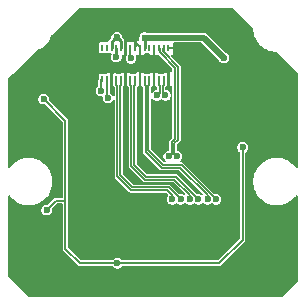
<source format=gbr>
%TF.GenerationSoftware,KiCad,Pcbnew,9.0.0*%
%TF.CreationDate,2025-03-16T17:44:06+09:00*%
%TF.ProjectId,imx219_mipi24,696d7832-3139-45f6-9d69-706932342e6b,rev?*%
%TF.SameCoordinates,Original*%
%TF.FileFunction,Copper,L1,Top*%
%TF.FilePolarity,Positive*%
%FSLAX46Y46*%
G04 Gerber Fmt 4.6, Leading zero omitted, Abs format (unit mm)*
G04 Created by KiCad (PCBNEW 9.0.0) date 2025-03-16 17:44:06*
%MOMM*%
%LPD*%
G01*
G04 APERTURE LIST*
%TA.AperFunction,SMDPad,CuDef*%
%ADD10R,0.230000X0.630000*%
%TD*%
%TA.AperFunction,ViaPad*%
%ADD11C,0.600000*%
%TD*%
%TA.AperFunction,Conductor*%
%ADD12C,0.508000*%
%TD*%
%TA.AperFunction,Conductor*%
%ADD13C,0.254000*%
%TD*%
%TA.AperFunction,Conductor*%
%ADD14C,0.152400*%
%TD*%
%TA.AperFunction,Conductor*%
%ADD15C,0.139700*%
%TD*%
G04 APERTURE END LIST*
D10*
%TO.P,J1,1,Pin_1*%
%TO.N,unconnected-(J1-Pin_1-Pad1)*%
X145700000Y-91175000D03*
%TO.P,J1,2,Pin_2*%
%TO.N,unconnected-(J1-Pin_2-Pad2)*%
X146100000Y-91175000D03*
%TO.P,J1,3,Pin_3*%
%TO.N,+1V8*%
X146500000Y-91175000D03*
%TO.P,J1,4,Pin_4*%
%TO.N,+1V2*%
X146900000Y-91175000D03*
%TO.P,J1,5,Pin_5*%
%TO.N,+1V8*%
X147300000Y-91175000D03*
%TO.P,J1,6,Pin_6*%
%TO.N,GND*%
X147700000Y-91175000D03*
%TO.P,J1,7,Pin_7*%
%TO.N,/CAM_CLK*%
X148100000Y-91175000D03*
%TO.P,J1,8,Pin_8*%
%TO.N,GND*%
X148500000Y-91175000D03*
%TO.P,J1,9,Pin_9*%
X148900000Y-91175000D03*
%TO.P,J1,10,Pin_10*%
%TO.N,+2V8*%
X149300000Y-91175000D03*
%TO.P,J1,11,Pin_11*%
%TO.N,unconnected-(J1-Pin_11-Pad11)*%
X149700000Y-91175000D03*
%TO.P,J1,12,Pin_12*%
%TO.N,GND*%
X150100000Y-91175000D03*
%TO.P,J1,13,Pin_13*%
%TO.N,/CAM_DP3*%
X150500000Y-91175000D03*
%TO.P,J1,14,Pin_14*%
%TO.N,/CAM_DN3*%
X150900000Y-91175000D03*
%TO.P,J1,15,Pin_15*%
%TO.N,GND*%
X151300000Y-91175000D03*
%TO.P,J1,16,Pin_16*%
X151300000Y-93825000D03*
%TO.P,J1,17,Pin_17*%
%TO.N,/CAM_DN2*%
X150900000Y-93825000D03*
%TO.P,J1,18,Pin_18*%
%TO.N,/CAM_DP2*%
X150500000Y-93825000D03*
%TO.P,J1,19,Pin_19*%
%TO.N,GND*%
X150100000Y-93825000D03*
%TO.P,J1,20,Pin_20*%
%TO.N,/CAM_DN1*%
X149700000Y-93825000D03*
%TO.P,J1,21,Pin_21*%
%TO.N,/CAM_DP1*%
X149300000Y-93825000D03*
%TO.P,J1,22,Pin_22*%
%TO.N,GND*%
X148900000Y-93825000D03*
%TO.P,J1,23,Pin_23*%
%TO.N,/CAM_DN0*%
X148500000Y-93825000D03*
%TO.P,J1,24,Pin_24*%
%TO.N,/CAM_DP0*%
X148100000Y-93825000D03*
%TO.P,J1,25,Pin_25*%
%TO.N,GND*%
X147700000Y-93825000D03*
%TO.P,J1,26,Pin_26*%
%TO.N,/CAM_CN*%
X147300000Y-93825000D03*
%TO.P,J1,27,Pin_27*%
%TO.N,/CAM_CP*%
X146900000Y-93825000D03*
%TO.P,J1,28,Pin_28*%
%TO.N,GND*%
X146500000Y-93825000D03*
%TO.P,J1,29,Pin_29*%
%TO.N,/CAM_SCL*%
X146100000Y-93825000D03*
%TO.P,J1,30,Pin_30*%
%TO.N,/CAM_SDA*%
X145700000Y-93825000D03*
%TD*%
D11*
%TO.N,+2V8*%
X149300000Y-90300000D03*
X156000000Y-92000000D03*
%TO.N,GND*%
X152800000Y-108000000D03*
X154200000Y-108000000D03*
X148600000Y-108600000D03*
X140400000Y-100100000D03*
X153500000Y-100600000D03*
X161100000Y-94600000D03*
X155800000Y-108000000D03*
X156200000Y-102900000D03*
X139900000Y-109400000D03*
X143400000Y-107000000D03*
X145400000Y-101700000D03*
X153200000Y-96300000D03*
X139300000Y-94100000D03*
X149800000Y-108600000D03*
X160100000Y-109500000D03*
X151400000Y-108600000D03*
X141500000Y-92300000D03*
X157100000Y-92800000D03*
X148200000Y-90200000D03*
X158200000Y-97000000D03*
X150900000Y-111300000D03*
X147600000Y-93000000D03*
X147800000Y-104100000D03*
X151200000Y-93000000D03*
X145200000Y-111400000D03*
X144600000Y-108400000D03*
X156500000Y-89300000D03*
X145200000Y-89200000D03*
X144000000Y-97437500D03*
X155600000Y-96200000D03*
%TO.N,+1V8*%
X146950000Y-90250000D03*
%TO.N,+1V2*%
X146900000Y-91950000D03*
%TO.N,/CAM_CN*%
X152350800Y-104000000D03*
%TO.N,/CAM_CP*%
X151649200Y-104000000D03*
%TO.N,/CAM_DP0*%
X153149200Y-104000000D03*
%TO.N,/CAM_DN0*%
X153850800Y-104000000D03*
%TO.N,/CAM_DN1*%
X155350800Y-104000000D03*
%TO.N,/CAM_DP1*%
X154649200Y-104000000D03*
%TO.N,/CAM_DN2*%
X151050800Y-95200000D03*
%TO.N,/CAM_DP2*%
X150349200Y-95200000D03*
%TO.N,/CAM_DP3*%
X151349200Y-100358700D03*
%TO.N,/CAM_DN3*%
X152050800Y-100358700D03*
%TO.N,/CAM_CLK*%
X148150000Y-92050000D03*
%TO.N,/CAM_RST*%
X141000000Y-104900000D03*
X140750000Y-95500000D03*
X157600000Y-99600000D03*
X147000000Y-109400000D03*
%TO.N,/CAM_SDA*%
X145600000Y-94800000D03*
%TO.N,/CAM_SCL*%
X146200000Y-95400000D03*
%TD*%
D12*
%TO.N,+2V8*%
X154300000Y-90300000D02*
X149300000Y-90300000D01*
D13*
X149300000Y-91175000D02*
X149300000Y-90300000D01*
D12*
X156000000Y-92000000D02*
X154300000Y-90300000D01*
D14*
%TO.N,GND*%
X151300000Y-93825000D02*
X151300000Y-93100000D01*
D12*
X143400000Y-107200000D02*
X144600000Y-108400000D01*
D14*
X157100000Y-92800000D02*
X157100000Y-89900000D01*
X146857600Y-93000000D02*
X147600000Y-93000000D01*
X148392400Y-90600000D02*
X148000000Y-90600000D01*
X147800000Y-90600000D02*
X147700000Y-90700000D01*
X148000000Y-90600000D02*
X147800000Y-90600000D01*
X151300000Y-93100000D02*
X151200000Y-93000000D01*
X147700000Y-91175000D02*
X147600000Y-91275000D01*
X147700000Y-90700000D02*
X147700000Y-91175000D01*
X157100000Y-92800000D02*
X159300000Y-92800000D01*
X147700000Y-93100000D02*
X147600000Y-93000000D01*
D12*
X143400000Y-107000000D02*
X143400000Y-107200000D01*
D14*
X157100000Y-89900000D02*
X156500000Y-89300000D01*
X147700000Y-93825000D02*
X147700000Y-93100000D01*
X148500000Y-91175000D02*
X148500000Y-90707600D01*
X155600000Y-96200000D02*
X155700000Y-96300000D01*
X148500000Y-90707600D02*
X148392400Y-90600000D01*
X148200000Y-90400000D02*
X148200000Y-90200000D01*
X148900000Y-91175000D02*
X148900000Y-91107600D01*
X148900000Y-91107600D02*
X148392400Y-90600000D01*
X146500000Y-93825000D02*
X146500000Y-93357600D01*
X147600000Y-91275000D02*
X147600000Y-93000000D01*
X148000000Y-90600000D02*
X148200000Y-90400000D01*
X159300000Y-92800000D02*
X161100000Y-94600000D01*
X146500000Y-93357600D02*
X146857600Y-93000000D01*
D13*
%TO.N,+1V8*%
X146750000Y-90450000D02*
X146500000Y-90700000D01*
X147300000Y-90606000D02*
X147144000Y-90450000D01*
X146500000Y-90700000D02*
X146500000Y-91175000D01*
X146950000Y-90450000D02*
X146950000Y-90250000D01*
X147144000Y-90450000D02*
X146950000Y-90450000D01*
X147300000Y-91175000D02*
X147300000Y-90606000D01*
X146950000Y-90450000D02*
X146750000Y-90450000D01*
%TO.N,+1V2*%
X146900000Y-91175000D02*
X146900000Y-91950000D01*
D15*
%TO.N,/CAM_CN*%
X151330150Y-102979350D02*
X148249976Y-102979350D01*
X147220650Y-101950024D02*
X147220650Y-94376851D01*
X152350800Y-104000000D02*
X151330150Y-102979350D01*
X147300000Y-94297501D02*
X147300000Y-93825000D01*
X148249976Y-102979350D02*
X147220650Y-101950024D01*
X147220650Y-94376851D02*
X147300000Y-94297501D01*
%TO.N,/CAM_CP*%
X146900000Y-94297501D02*
X146900000Y-93825000D01*
X151649200Y-104000000D02*
X151649200Y-103639650D01*
X146979350Y-94376851D02*
X146900000Y-94297501D01*
X151649200Y-103639650D02*
X151230200Y-103220650D01*
X146979350Y-102049976D02*
X146979350Y-94376851D01*
X148150024Y-103220650D02*
X146979350Y-102049976D01*
X151230200Y-103220650D02*
X148150024Y-103220650D01*
%TO.N,/CAM_DP0*%
X153149200Y-103639650D02*
X151830200Y-102320650D01*
X153149200Y-104000000D02*
X153149200Y-103639650D01*
X148179350Y-101149976D02*
X148179350Y-94376851D01*
X149350024Y-102320650D02*
X148179350Y-101149976D01*
X148179350Y-94376851D02*
X148100000Y-94297501D01*
X151830200Y-102320650D02*
X149350024Y-102320650D01*
X148100000Y-94297501D02*
X148100000Y-93825000D01*
%TO.N,/CAM_DN0*%
X148420650Y-94376851D02*
X148500000Y-94297501D01*
X148420650Y-101050024D02*
X148420650Y-94376851D01*
X151930150Y-102079350D02*
X149449976Y-102079350D01*
X153850800Y-104000000D02*
X151930150Y-102079350D01*
X149449976Y-102079350D02*
X148420650Y-101050024D01*
X148500000Y-94297501D02*
X148500000Y-93825000D01*
%TO.N,/CAM_DN1*%
X155350800Y-104000000D02*
X152430150Y-101079350D01*
X152430150Y-101079350D02*
X150849976Y-101079350D01*
X149700000Y-94297501D02*
X149700000Y-93825000D01*
X149620650Y-99850024D02*
X149620650Y-94376851D01*
X150849976Y-101079350D02*
X149620650Y-99850024D01*
X149620650Y-94376851D02*
X149700000Y-94297501D01*
%TO.N,/CAM_DP1*%
X154649200Y-103639650D02*
X152330200Y-101320650D01*
X154649200Y-104000000D02*
X154649200Y-103639650D01*
X152330200Y-101320650D02*
X150750024Y-101320650D01*
X149379350Y-99949976D02*
X149379350Y-94376851D01*
X150750024Y-101320650D02*
X149379350Y-99949976D01*
X149300000Y-94297501D02*
X149300000Y-93825000D01*
X149379350Y-94376851D02*
X149300000Y-94297501D01*
%TO.N,/CAM_DN2*%
X150820650Y-94376851D02*
X150900000Y-94297501D01*
X151050800Y-95200000D02*
X150820650Y-94969850D01*
X150900000Y-94297501D02*
X150900000Y-93825000D01*
X150820650Y-94969850D02*
X150820650Y-94376851D01*
X150900000Y-94025000D02*
X150900000Y-93825000D01*
%TO.N,/CAM_DP2*%
X150349200Y-95200000D02*
X150579350Y-94969850D01*
X150500000Y-94025000D02*
X150500000Y-93825000D01*
X150579350Y-94969850D02*
X150579350Y-94376851D01*
X150500000Y-94297501D02*
X150500000Y-93825000D01*
X150579350Y-94376851D02*
X150500000Y-94297501D01*
%TO.N,/CAM_DP3*%
X150579350Y-91549976D02*
X151879350Y-92849976D01*
X150500000Y-91175000D02*
X150579350Y-91254350D01*
X150579350Y-91254350D02*
X150579350Y-91549976D01*
X151879350Y-92849976D02*
X151879350Y-98850024D01*
X151579350Y-100128550D02*
X151349200Y-100358700D01*
X151579350Y-99150024D02*
X151579350Y-100128550D01*
X151879350Y-98850024D02*
X151579350Y-99150024D01*
%TO.N,/CAM_DN3*%
X150900000Y-91175000D02*
X150820650Y-91254350D01*
X151820650Y-100128550D02*
X152050800Y-100358700D01*
X152120650Y-98949976D02*
X151820650Y-99249976D01*
X150820650Y-91450024D02*
X152120650Y-92750024D01*
X150820650Y-91254350D02*
X150820650Y-91450024D01*
X151820650Y-99249976D02*
X151820650Y-100128550D01*
X152120650Y-92750024D02*
X152120650Y-98949976D01*
D14*
%TO.N,/CAM_CLK*%
X148100000Y-92000000D02*
X148150000Y-92050000D01*
X148100000Y-91175000D02*
X148100000Y-92000000D01*
%TO.N,/CAM_RST*%
X142600000Y-98400000D02*
X142600000Y-97350000D01*
X142600000Y-104100000D02*
X142600000Y-108200000D01*
X142600000Y-97350000D02*
X140750000Y-95500000D01*
X142600000Y-98400000D02*
X142600000Y-104100000D01*
X141800000Y-104100000D02*
X142600000Y-104100000D01*
X157600000Y-99600000D02*
X157600000Y-107400000D01*
X157600000Y-107400000D02*
X155600000Y-109400000D01*
X141000000Y-104900000D02*
X141800000Y-104100000D01*
X142600000Y-108200000D02*
X143800000Y-109400000D01*
X155600000Y-109400000D02*
X147000000Y-109400000D01*
X143800000Y-109400000D02*
X147000000Y-109400000D01*
%TO.N,/CAM_SDA*%
X145600000Y-93925000D02*
X145700000Y-93825000D01*
X145600000Y-94800000D02*
X145600000Y-93925000D01*
%TO.N,/CAM_SCL*%
X146200000Y-95400000D02*
X146100000Y-95300000D01*
X146100000Y-95300000D02*
X146100000Y-93825000D01*
%TD*%
%TA.AperFunction,Conductor*%
%TO.N,GND*%
G36*
X156721973Y-87788718D02*
G01*
X156770274Y-87806410D01*
X156775048Y-87810798D01*
X158477529Y-89516757D01*
X158499220Y-89563398D01*
X158499500Y-89569876D01*
X158499500Y-89631120D01*
X158533730Y-89891116D01*
X158596448Y-90125185D01*
X158601603Y-90144421D01*
X158601603Y-90144422D01*
X158701957Y-90386698D01*
X158833077Y-90613805D01*
X158912582Y-90717417D01*
X158992718Y-90821851D01*
X158992722Y-90821855D01*
X158992730Y-90821864D01*
X159178135Y-91007269D01*
X159178143Y-91007276D01*
X159178149Y-91007282D01*
X159386197Y-91166924D01*
X159507819Y-91237142D01*
X159597177Y-91288733D01*
X159613303Y-91298043D01*
X159855581Y-91398398D01*
X160108884Y-91466270D01*
X160368880Y-91500500D01*
X160368883Y-91500500D01*
X160426034Y-91500500D01*
X160474372Y-91518093D01*
X160479263Y-91522580D01*
X161357789Y-92402900D01*
X162174882Y-93221663D01*
X162228029Y-93274918D01*
X162249720Y-93321560D01*
X162250000Y-93328038D01*
X162250000Y-101272932D01*
X162232407Y-101321270D01*
X162187858Y-101346990D01*
X162137200Y-101338057D01*
X162115140Y-101318711D01*
X162080012Y-101272932D01*
X162007282Y-101178149D01*
X162007276Y-101178143D01*
X162007269Y-101178135D01*
X161821864Y-100992730D01*
X161821856Y-100992723D01*
X161821851Y-100992718D01*
X161735697Y-100926609D01*
X161613805Y-100833077D01*
X161386698Y-100701957D01*
X161144422Y-100601603D01*
X161144420Y-100601602D01*
X161144419Y-100601602D01*
X160891116Y-100533730D01*
X160631120Y-100499500D01*
X160368880Y-100499500D01*
X160108884Y-100533730D01*
X160108880Y-100533731D01*
X160108879Y-100533731D01*
X159948294Y-100576759D01*
X159855581Y-100601602D01*
X159855579Y-100601602D01*
X159855578Y-100601603D01*
X159855577Y-100601603D01*
X159613301Y-100701957D01*
X159386194Y-100833077D01*
X159178151Y-100992716D01*
X159178135Y-100992730D01*
X158992730Y-101178135D01*
X158992716Y-101178151D01*
X158833077Y-101386194D01*
X158701957Y-101613301D01*
X158601603Y-101855577D01*
X158601603Y-101855578D01*
X158601602Y-101855581D01*
X158533730Y-102108884D01*
X158499500Y-102368880D01*
X158499500Y-102631120D01*
X158533730Y-102891116D01*
X158533731Y-102891119D01*
X158533731Y-102891120D01*
X158601603Y-103144421D01*
X158601603Y-103144422D01*
X158701957Y-103386698D01*
X158833077Y-103613805D01*
X158916032Y-103721913D01*
X158992718Y-103821851D01*
X158992723Y-103821856D01*
X158992730Y-103821864D01*
X159178135Y-104007269D01*
X159178143Y-104007276D01*
X159178149Y-104007282D01*
X159386197Y-104166924D01*
X159613303Y-104298043D01*
X159855581Y-104398398D01*
X160108884Y-104466270D01*
X160368880Y-104500500D01*
X160368883Y-104500500D01*
X160631117Y-104500500D01*
X160631120Y-104500500D01*
X160891116Y-104466270D01*
X161144419Y-104398398D01*
X161386697Y-104298043D01*
X161613803Y-104166924D01*
X161821851Y-104007282D01*
X162007282Y-103821851D01*
X162115141Y-103681287D01*
X162158524Y-103653649D01*
X162209524Y-103660364D01*
X162244276Y-103698289D01*
X162250000Y-103727067D01*
X162250000Y-110898934D01*
X162248555Y-110913606D01*
X162239145Y-110960910D01*
X162236599Y-110970411D01*
X162220142Y-111018890D01*
X162202107Y-111047891D01*
X161047891Y-112202107D01*
X161018890Y-112220142D01*
X160970411Y-112236599D01*
X160960910Y-112239145D01*
X160924600Y-112246368D01*
X160913604Y-112248555D01*
X160898935Y-112250000D01*
X139531148Y-112250000D01*
X139482810Y-112232407D01*
X139477974Y-112227974D01*
X137772026Y-110522026D01*
X137750286Y-110475406D01*
X137750000Y-110468852D01*
X137750000Y-103727067D01*
X137767593Y-103678729D01*
X137812142Y-103653009D01*
X137862800Y-103661942D01*
X137884858Y-103681286D01*
X137916033Y-103721914D01*
X137992716Y-103821849D01*
X137992730Y-103821864D01*
X138178135Y-104007269D01*
X138178143Y-104007276D01*
X138178149Y-104007282D01*
X138386197Y-104166924D01*
X138613303Y-104298043D01*
X138855581Y-104398398D01*
X139108884Y-104466270D01*
X139368880Y-104500500D01*
X139368883Y-104500500D01*
X139631117Y-104500500D01*
X139631120Y-104500500D01*
X139891116Y-104466270D01*
X140144419Y-104398398D01*
X140386697Y-104298043D01*
X140613803Y-104166924D01*
X140821851Y-104007282D01*
X141007282Y-103821851D01*
X141166924Y-103613803D01*
X141298043Y-103386697D01*
X141398398Y-103144419D01*
X141466270Y-102891116D01*
X141500500Y-102631120D01*
X141500500Y-102368880D01*
X141466270Y-102108884D01*
X141398398Y-101855581D01*
X141298043Y-101613303D01*
X141166924Y-101386197D01*
X141131195Y-101339635D01*
X141080012Y-101272932D01*
X141007282Y-101178149D01*
X141007276Y-101178143D01*
X141007269Y-101178135D01*
X140821864Y-100992730D01*
X140821856Y-100992723D01*
X140821851Y-100992718D01*
X140735697Y-100926609D01*
X140613805Y-100833077D01*
X140386698Y-100701957D01*
X140144422Y-100601603D01*
X140144420Y-100601602D01*
X140144419Y-100601602D01*
X139891116Y-100533730D01*
X139631120Y-100499500D01*
X139368880Y-100499500D01*
X139108884Y-100533730D01*
X139108880Y-100533731D01*
X139108879Y-100533731D01*
X138948294Y-100576759D01*
X138855581Y-100601602D01*
X138855579Y-100601602D01*
X138855578Y-100601603D01*
X138855577Y-100601603D01*
X138613301Y-100701957D01*
X138386194Y-100833077D01*
X138178151Y-100992716D01*
X138178135Y-100992730D01*
X137992730Y-101178135D01*
X137992716Y-101178151D01*
X137884860Y-101318711D01*
X137841476Y-101346350D01*
X137790476Y-101339635D01*
X137755724Y-101301709D01*
X137750000Y-101272932D01*
X137750000Y-95440375D01*
X140297100Y-95440375D01*
X140297100Y-95559625D01*
X140313823Y-95622036D01*
X140327964Y-95674813D01*
X140327964Y-95674814D01*
X140387589Y-95778087D01*
X140471912Y-95862410D01*
X140531538Y-95896834D01*
X140575187Y-95922036D01*
X140690375Y-95952900D01*
X140690378Y-95952900D01*
X140809622Y-95952900D01*
X140809625Y-95952900D01*
X140822328Y-95949496D01*
X140873570Y-95953980D01*
X140894963Y-95968960D01*
X142348874Y-97422871D01*
X142370614Y-97469491D01*
X142370900Y-97476045D01*
X142370900Y-103795700D01*
X142353307Y-103844038D01*
X142308758Y-103869758D01*
X142295700Y-103870900D01*
X141754427Y-103870900D01*
X141719550Y-103885347D01*
X141670228Y-103905777D01*
X141670220Y-103905782D01*
X141144963Y-104431039D01*
X141098343Y-104452779D01*
X141072329Y-104450504D01*
X141059625Y-104447100D01*
X140940375Y-104447100D01*
X140853984Y-104470248D01*
X140825186Y-104477964D01*
X140825185Y-104477964D01*
X140721912Y-104537589D01*
X140637589Y-104621912D01*
X140577964Y-104725185D01*
X140577964Y-104725186D01*
X140577964Y-104725187D01*
X140547100Y-104840375D01*
X140547100Y-104959625D01*
X140577964Y-105074813D01*
X140577964Y-105074814D01*
X140637589Y-105178087D01*
X140721912Y-105262410D01*
X140781538Y-105296834D01*
X140825187Y-105322036D01*
X140940375Y-105352900D01*
X140940378Y-105352900D01*
X141059622Y-105352900D01*
X141059625Y-105352900D01*
X141174813Y-105322036D01*
X141278087Y-105262410D01*
X141362410Y-105178087D01*
X141422036Y-105074813D01*
X141452900Y-104959625D01*
X141452900Y-104840375D01*
X141449496Y-104827672D01*
X141453977Y-104776431D01*
X141468954Y-104755040D01*
X141872871Y-104351124D01*
X141919490Y-104329386D01*
X141926044Y-104329100D01*
X142295700Y-104329100D01*
X142344038Y-104346693D01*
X142369758Y-104391242D01*
X142370900Y-104404300D01*
X142370900Y-108245570D01*
X142405778Y-108329776D01*
X143670223Y-109594221D01*
X143670225Y-109594222D01*
X143720896Y-109615210D01*
X143720899Y-109615211D01*
X143720900Y-109615212D01*
X143734788Y-109620964D01*
X143754429Y-109629100D01*
X143754430Y-109629100D01*
X143845570Y-109629100D01*
X146565890Y-109629100D01*
X146614228Y-109646693D01*
X146631015Y-109666700D01*
X146637589Y-109678087D01*
X146721912Y-109762410D01*
X146781538Y-109796834D01*
X146825187Y-109822036D01*
X146940375Y-109852900D01*
X146940378Y-109852900D01*
X147059622Y-109852900D01*
X147059625Y-109852900D01*
X147174813Y-109822036D01*
X147278087Y-109762410D01*
X147362410Y-109678087D01*
X147368985Y-109666700D01*
X147408390Y-109633635D01*
X147434110Y-109629100D01*
X155645570Y-109629100D01*
X155645571Y-109629100D01*
X155679099Y-109615212D01*
X155729775Y-109594222D01*
X157794222Y-107529775D01*
X157829100Y-107445570D01*
X157829100Y-107354430D01*
X157829100Y-100034109D01*
X157846693Y-99985771D01*
X157866700Y-99968984D01*
X157878087Y-99962410D01*
X157962410Y-99878087D01*
X158022036Y-99774813D01*
X158052900Y-99659625D01*
X158052900Y-99540375D01*
X158022036Y-99425187D01*
X157992131Y-99373390D01*
X157962410Y-99321912D01*
X157878087Y-99237589D01*
X157774813Y-99177964D01*
X157659625Y-99147100D01*
X157540375Y-99147100D01*
X157453984Y-99170248D01*
X157425186Y-99177964D01*
X157425185Y-99177964D01*
X157321912Y-99237589D01*
X157237589Y-99321912D01*
X157177964Y-99425185D01*
X157177964Y-99425186D01*
X157177964Y-99425187D01*
X157147100Y-99540375D01*
X157147100Y-99659625D01*
X157165048Y-99726609D01*
X157177964Y-99774813D01*
X157177964Y-99774814D01*
X157237589Y-99878087D01*
X157321911Y-99962409D01*
X157321913Y-99962410D01*
X157333298Y-99968983D01*
X157366364Y-100008386D01*
X157370900Y-100034109D01*
X157370900Y-107273955D01*
X157353307Y-107322293D01*
X157348874Y-107327129D01*
X155527129Y-109148874D01*
X155480509Y-109170614D01*
X155473955Y-109170900D01*
X147434110Y-109170900D01*
X147385772Y-109153307D01*
X147368985Y-109133300D01*
X147362410Y-109121912D01*
X147278087Y-109037589D01*
X147174813Y-108977964D01*
X147059625Y-108947100D01*
X146940375Y-108947100D01*
X146853984Y-108970248D01*
X146825186Y-108977964D01*
X146825185Y-108977964D01*
X146721912Y-109037589D01*
X146637589Y-109121912D01*
X146631015Y-109133300D01*
X146591610Y-109166365D01*
X146565890Y-109170900D01*
X143926045Y-109170900D01*
X143877707Y-109153307D01*
X143872871Y-109148874D01*
X142851126Y-108127129D01*
X142829386Y-108080509D01*
X142829100Y-108073955D01*
X142829100Y-97304428D01*
X142829099Y-97304427D01*
X142818884Y-97279766D01*
X142794222Y-97220225D01*
X142794221Y-97220224D01*
X142794221Y-97220223D01*
X141218960Y-95644963D01*
X141197220Y-95598343D01*
X141199495Y-95572330D01*
X141202900Y-95559625D01*
X141202900Y-95440375D01*
X141172036Y-95325187D01*
X141136453Y-95263556D01*
X141112410Y-95221912D01*
X141028087Y-95137589D01*
X140924813Y-95077964D01*
X140809625Y-95047100D01*
X140690375Y-95047100D01*
X140603984Y-95070248D01*
X140575186Y-95077964D01*
X140575185Y-95077964D01*
X140471912Y-95137589D01*
X140387589Y-95221912D01*
X140327964Y-95325185D01*
X140327964Y-95325186D01*
X140317676Y-95363583D01*
X140297100Y-95440375D01*
X137750000Y-95440375D01*
X137750000Y-94740375D01*
X145147100Y-94740375D01*
X145147100Y-94859625D01*
X145165212Y-94927221D01*
X145177964Y-94974813D01*
X145177964Y-94974814D01*
X145237589Y-95078087D01*
X145321912Y-95162410D01*
X145348236Y-95177608D01*
X145425187Y-95222036D01*
X145540375Y-95252900D01*
X145540378Y-95252900D01*
X145659622Y-95252900D01*
X145659625Y-95252900D01*
X145659627Y-95252899D01*
X145663188Y-95252430D01*
X145713410Y-95263556D01*
X145744730Y-95304362D01*
X145747571Y-95336801D01*
X145747100Y-95340372D01*
X145747100Y-95340375D01*
X145747100Y-95459625D01*
X145774641Y-95562410D01*
X145777964Y-95574813D01*
X145777964Y-95574814D01*
X145837589Y-95678087D01*
X145921912Y-95762410D01*
X145981538Y-95796834D01*
X146025187Y-95822036D01*
X146140375Y-95852900D01*
X146140378Y-95852900D01*
X146259622Y-95852900D01*
X146259625Y-95852900D01*
X146374813Y-95822036D01*
X146478087Y-95762410D01*
X146562410Y-95678087D01*
X146616275Y-95584790D01*
X146655680Y-95551726D01*
X146707120Y-95551726D01*
X146746525Y-95584791D01*
X146756600Y-95622391D01*
X146756600Y-102094283D01*
X146790511Y-102176155D01*
X147961186Y-103346828D01*
X148023846Y-103409488D01*
X148105716Y-103443400D01*
X148105717Y-103443400D01*
X148194331Y-103443400D01*
X151106784Y-103443400D01*
X151155122Y-103460993D01*
X151159958Y-103465425D01*
X151242449Y-103547916D01*
X151298443Y-103603909D01*
X151320183Y-103650530D01*
X151306869Y-103700217D01*
X151298445Y-103710257D01*
X151286788Y-103721914D01*
X151227164Y-103825185D01*
X151227164Y-103825186D01*
X151227164Y-103825187D01*
X151196300Y-103940375D01*
X151196300Y-104059625D01*
X151225050Y-104166922D01*
X151227164Y-104174813D01*
X151227164Y-104174814D01*
X151286789Y-104278087D01*
X151371112Y-104362410D01*
X151421051Y-104391242D01*
X151474387Y-104422036D01*
X151589575Y-104452900D01*
X151589578Y-104452900D01*
X151708822Y-104452900D01*
X151708825Y-104452900D01*
X151824013Y-104422036D01*
X151927287Y-104362410D01*
X151946825Y-104342871D01*
X151993444Y-104321131D01*
X152043132Y-104334444D01*
X152053169Y-104342866D01*
X152072713Y-104362410D01*
X152175987Y-104422036D01*
X152291175Y-104452900D01*
X152291178Y-104452900D01*
X152410422Y-104452900D01*
X152410425Y-104452900D01*
X152525613Y-104422036D01*
X152628887Y-104362410D01*
X152662197Y-104329100D01*
X152696826Y-104294472D01*
X152743446Y-104272732D01*
X152793133Y-104286046D01*
X152803174Y-104294472D01*
X152871112Y-104362410D01*
X152921051Y-104391242D01*
X152974387Y-104422036D01*
X153089575Y-104452900D01*
X153089578Y-104452900D01*
X153208822Y-104452900D01*
X153208825Y-104452900D01*
X153324013Y-104422036D01*
X153427287Y-104362410D01*
X153446825Y-104342871D01*
X153493444Y-104321131D01*
X153543132Y-104334444D01*
X153553169Y-104342866D01*
X153572713Y-104362410D01*
X153675987Y-104422036D01*
X153791175Y-104452900D01*
X153791178Y-104452900D01*
X153910422Y-104452900D01*
X153910425Y-104452900D01*
X154025613Y-104422036D01*
X154128887Y-104362410D01*
X154162197Y-104329100D01*
X154196826Y-104294472D01*
X154243446Y-104272732D01*
X154293133Y-104286046D01*
X154303174Y-104294472D01*
X154371112Y-104362410D01*
X154421051Y-104391242D01*
X154474387Y-104422036D01*
X154589575Y-104452900D01*
X154589578Y-104452900D01*
X154708822Y-104452900D01*
X154708825Y-104452900D01*
X154824013Y-104422036D01*
X154927287Y-104362410D01*
X154946825Y-104342871D01*
X154993444Y-104321131D01*
X155043132Y-104334444D01*
X155053169Y-104342866D01*
X155072713Y-104362410D01*
X155175987Y-104422036D01*
X155291175Y-104452900D01*
X155291178Y-104452900D01*
X155410422Y-104452900D01*
X155410425Y-104452900D01*
X155525613Y-104422036D01*
X155628887Y-104362410D01*
X155713210Y-104278087D01*
X155772836Y-104174813D01*
X155803700Y-104059625D01*
X155803700Y-103940375D01*
X155772836Y-103825187D01*
X155772835Y-103825185D01*
X155713210Y-103721912D01*
X155628887Y-103637589D01*
X155525613Y-103577964D01*
X155410425Y-103547100D01*
X155291175Y-103547100D01*
X155291173Y-103547100D01*
X155271385Y-103552401D01*
X155220141Y-103547914D01*
X155198752Y-103532936D01*
X152556329Y-100890511D01*
X152496718Y-100865820D01*
X152496716Y-100865819D01*
X152485527Y-100861185D01*
X152474458Y-100856600D01*
X152371093Y-100856600D01*
X152368341Y-100856398D01*
X152347245Y-100846918D01*
X152325508Y-100839007D01*
X152324060Y-100836500D01*
X152321421Y-100835314D01*
X152311354Y-100814491D01*
X152299788Y-100794458D01*
X152300290Y-100791607D01*
X152299031Y-100789002D01*
X152304704Y-100766579D01*
X152308721Y-100743800D01*
X152311175Y-100741000D01*
X152311648Y-100739134D01*
X152314817Y-100736848D01*
X152325486Y-100724680D01*
X152325402Y-100724596D01*
X152326695Y-100723302D01*
X152328063Y-100721743D01*
X152328888Y-100721109D01*
X152413210Y-100636787D01*
X152472710Y-100533731D01*
X152472836Y-100533513D01*
X152503700Y-100418325D01*
X152503700Y-100299075D01*
X152472836Y-100183887D01*
X152472835Y-100183885D01*
X152413210Y-100080612D01*
X152328887Y-99996289D01*
X152225613Y-99936664D01*
X152110421Y-99905799D01*
X152108777Y-99905583D01*
X152107891Y-99905121D01*
X152105664Y-99904525D01*
X152105796Y-99904031D01*
X152063151Y-99881826D01*
X152043471Y-99834299D01*
X152043400Y-99831027D01*
X152043400Y-99373390D01*
X152060993Y-99325052D01*
X152065415Y-99320226D01*
X152309488Y-99076154D01*
X152343400Y-98994283D01*
X152343400Y-98905669D01*
X152343400Y-92705716D01*
X152324935Y-92661138D01*
X152309489Y-92623847D01*
X152309488Y-92623846D01*
X152309488Y-92623845D01*
X151554076Y-91868434D01*
X151532336Y-91821814D01*
X151545650Y-91772127D01*
X151576879Y-91746466D01*
X151587477Y-91741786D01*
X151587482Y-91741783D01*
X151666783Y-91662482D01*
X151666786Y-91662477D01*
X151712089Y-91559874D01*
X151712090Y-91559873D01*
X151715000Y-91534790D01*
X151715000Y-91290000D01*
X151375200Y-91290000D01*
X151356840Y-91283317D01*
X151337600Y-91279925D01*
X151333239Y-91274728D01*
X151326862Y-91272407D01*
X151317092Y-91255484D01*
X151304535Y-91240520D01*
X151302812Y-91230751D01*
X151301142Y-91227858D01*
X151300000Y-91214800D01*
X151300000Y-91135200D01*
X151317593Y-91086862D01*
X151362142Y-91061142D01*
X151375200Y-91060000D01*
X151714999Y-91060000D01*
X151714999Y-90815214D01*
X151712164Y-90790760D01*
X151724074Y-90740718D01*
X151765364Y-90710039D01*
X151786864Y-90706900D01*
X154100308Y-90706900D01*
X154148646Y-90724493D01*
X154153482Y-90728926D01*
X155555879Y-92131323D01*
X155575341Y-92165029D01*
X155577961Y-92174805D01*
X155577964Y-92174814D01*
X155637589Y-92278087D01*
X155721912Y-92362410D01*
X155781538Y-92396834D01*
X155825187Y-92422036D01*
X155940375Y-92452900D01*
X155940378Y-92452900D01*
X156059622Y-92452900D01*
X156059625Y-92452900D01*
X156174813Y-92422036D01*
X156278087Y-92362410D01*
X156362410Y-92278087D01*
X156422036Y-92174813D01*
X156452900Y-92059625D01*
X156452900Y-91940375D01*
X156422036Y-91825187D01*
X156420089Y-91821814D01*
X156362410Y-91721912D01*
X156278087Y-91637589D01*
X156174814Y-91577964D01*
X156174805Y-91577961D01*
X156165029Y-91575341D01*
X156131323Y-91555879D01*
X154549847Y-89974402D01*
X154549841Y-89974398D01*
X154457059Y-89920830D01*
X154422562Y-89911586D01*
X154353570Y-89893100D01*
X154353569Y-89893100D01*
X154353568Y-89893100D01*
X149521179Y-89893100D01*
X149483580Y-89883026D01*
X149474813Y-89877964D01*
X149359625Y-89847100D01*
X149240375Y-89847100D01*
X149153984Y-89870248D01*
X149125186Y-89877964D01*
X149125185Y-89877964D01*
X149021912Y-89937589D01*
X148937589Y-90021912D01*
X148877964Y-90125185D01*
X148877964Y-90125186D01*
X148877964Y-90125187D01*
X148847100Y-90240375D01*
X148847100Y-90359625D01*
X148854354Y-90386697D01*
X148875425Y-90465338D01*
X148875267Y-90467138D01*
X148876235Y-90468664D01*
X148873043Y-90492557D01*
X148870941Y-90516582D01*
X148869663Y-90517859D01*
X148869424Y-90519651D01*
X148851614Y-90535907D01*
X148834567Y-90552955D01*
X148832346Y-90553496D01*
X148831432Y-90554331D01*
X148818062Y-90556977D01*
X148805924Y-90559935D01*
X148703136Y-90564226D01*
X148695057Y-90561661D01*
X148690714Y-90561661D01*
X148690494Y-90563562D01*
X148659791Y-90560000D01*
X148615000Y-90560000D01*
X148615000Y-91099800D01*
X148609384Y-91115230D01*
X148607951Y-91131589D01*
X148600844Y-91138694D01*
X148597407Y-91148138D01*
X148583184Y-91156349D01*
X148571573Y-91167958D01*
X148557783Y-91171014D01*
X148552858Y-91173858D01*
X148546345Y-91174715D01*
X148495311Y-91179173D01*
X148449652Y-91200465D01*
X148399965Y-91187150D01*
X148370461Y-91145013D01*
X148367899Y-91125551D01*
X148367899Y-91108249D01*
X148373514Y-91092818D01*
X148374948Y-91076460D01*
X148382054Y-91069354D01*
X148385000Y-91061262D01*
X148385000Y-90559999D01*
X148340215Y-90560000D01*
X148315124Y-90562910D01*
X148212520Y-90608214D01*
X148212517Y-90608216D01*
X148153174Y-90667560D01*
X148106554Y-90689300D01*
X148056867Y-90675986D01*
X148046826Y-90667560D01*
X147987482Y-90608216D01*
X147987477Y-90608213D01*
X147884874Y-90562910D01*
X147884873Y-90562909D01*
X147859791Y-90560000D01*
X147815000Y-90560000D01*
X147815000Y-91065638D01*
X147817011Y-91069951D01*
X147827565Y-91082529D01*
X147830415Y-91098696D01*
X147831814Y-91101695D01*
X147832100Y-91108249D01*
X147832100Y-91241750D01*
X147815000Y-91288733D01*
X147815000Y-91713354D01*
X147797407Y-91761692D01*
X147792974Y-91766528D01*
X147787589Y-91771912D01*
X147727964Y-91875185D01*
X147727964Y-91875186D01*
X147727964Y-91875187D01*
X147697100Y-91990375D01*
X147697100Y-92109625D01*
X147714565Y-92174805D01*
X147727964Y-92224813D01*
X147727964Y-92224814D01*
X147787589Y-92328087D01*
X147871912Y-92412410D01*
X147931538Y-92446834D01*
X147975187Y-92472036D01*
X148090375Y-92502900D01*
X148090378Y-92502900D01*
X148209622Y-92502900D01*
X148209625Y-92502900D01*
X148324813Y-92472036D01*
X148428087Y-92412410D01*
X148512410Y-92328087D01*
X148572036Y-92224813D01*
X148602900Y-92109625D01*
X148602900Y-91990375D01*
X148574574Y-91884659D01*
X148574595Y-91884416D01*
X148574456Y-91884215D01*
X148576831Y-91858866D01*
X148579058Y-91833418D01*
X148579232Y-91833243D01*
X148579255Y-91832999D01*
X148597430Y-91815045D01*
X148615431Y-91797045D01*
X148615735Y-91796964D01*
X148615851Y-91796850D01*
X148617664Y-91796453D01*
X148641119Y-91790246D01*
X148693907Y-91785955D01*
X148702679Y-91788363D01*
X148709281Y-91788363D01*
X148709505Y-91786438D01*
X148740208Y-91789999D01*
X148784999Y-91789998D01*
X148785000Y-91789998D01*
X148785000Y-91250200D01*
X148791682Y-91231840D01*
X148795075Y-91212600D01*
X148800271Y-91208239D01*
X148802593Y-91201862D01*
X148819515Y-91192092D01*
X148834480Y-91179535D01*
X148844248Y-91177812D01*
X148847142Y-91176142D01*
X148860200Y-91175000D01*
X148939800Y-91175000D01*
X148988138Y-91192593D01*
X149013858Y-91237142D01*
X149015000Y-91250200D01*
X149015000Y-91789999D01*
X149059785Y-91789999D01*
X149084875Y-91787089D01*
X149187479Y-91741785D01*
X149187482Y-91741783D01*
X149264341Y-91664925D01*
X149310961Y-91643185D01*
X149317505Y-91642899D01*
X149430056Y-91642899D01*
X149474658Y-91634028D01*
X149474658Y-91634027D01*
X149481923Y-91632583D01*
X149482396Y-91634964D01*
X149517912Y-91633411D01*
X149518077Y-91632583D01*
X149521461Y-91633256D01*
X149522609Y-91633206D01*
X149524295Y-91633820D01*
X149530047Y-91634964D01*
X149569943Y-91642900D01*
X149682485Y-91642899D01*
X149730822Y-91660492D01*
X149735659Y-91664925D01*
X149812517Y-91741783D01*
X149812522Y-91741786D01*
X149915125Y-91787089D01*
X149915126Y-91787090D01*
X149940208Y-91789999D01*
X149984999Y-91789998D01*
X149985000Y-91789998D01*
X149985000Y-91250200D01*
X149991682Y-91231840D01*
X149995075Y-91212600D01*
X150000271Y-91208239D01*
X150002593Y-91201862D01*
X150019515Y-91192092D01*
X150034480Y-91179535D01*
X150044248Y-91177812D01*
X150047142Y-91176142D01*
X150060200Y-91175000D01*
X150139800Y-91175000D01*
X150188138Y-91192593D01*
X150213858Y-91237142D01*
X150215000Y-91250200D01*
X150215000Y-91789999D01*
X150259785Y-91789999D01*
X150284876Y-91787089D01*
X150284879Y-91787088D01*
X150387988Y-91741561D01*
X150439313Y-91738130D01*
X150471534Y-91757177D01*
X151026768Y-92312410D01*
X151634574Y-92920216D01*
X151656314Y-92966836D01*
X151656600Y-92973390D01*
X151656600Y-93173325D01*
X151639007Y-93221663D01*
X151594458Y-93247383D01*
X151551026Y-93242118D01*
X151484874Y-93212910D01*
X151484873Y-93212909D01*
X151459791Y-93210000D01*
X151415000Y-93210000D01*
X151415000Y-94439999D01*
X151459785Y-94439999D01*
X151484876Y-94437089D01*
X151484877Y-94437089D01*
X151551024Y-94407882D01*
X151602350Y-94404451D01*
X151643872Y-94434814D01*
X151656600Y-94476674D01*
X151656600Y-98726608D01*
X151639007Y-98774946D01*
X151634574Y-98779782D01*
X151390511Y-99023844D01*
X151375065Y-99061137D01*
X151356600Y-99105715D01*
X151356600Y-99831027D01*
X151339007Y-99879365D01*
X151294458Y-99905085D01*
X151291223Y-99905583D01*
X151289578Y-99905799D01*
X151174386Y-99936664D01*
X151174385Y-99936664D01*
X151071112Y-99996289D01*
X150986789Y-100080612D01*
X150927164Y-100183885D01*
X150927164Y-100183886D01*
X150927164Y-100183887D01*
X150896300Y-100299075D01*
X150896300Y-100418325D01*
X150927164Y-100533513D01*
X150927164Y-100533514D01*
X150986789Y-100636787D01*
X151071111Y-100721109D01*
X151071937Y-100721743D01*
X151072273Y-100722271D01*
X151074598Y-100724596D01*
X151074082Y-100725111D01*
X151099573Y-100765129D01*
X151092855Y-100816128D01*
X151054927Y-100850878D01*
X151026154Y-100856600D01*
X150973390Y-100856600D01*
X150925052Y-100839007D01*
X150920216Y-100834574D01*
X149865426Y-99779783D01*
X149843686Y-99733163D01*
X149843400Y-99726609D01*
X149843400Y-95510379D01*
X149860993Y-95462041D01*
X149905542Y-95436321D01*
X149956200Y-95445254D01*
X149983726Y-95472780D01*
X149986790Y-95478088D01*
X150071112Y-95562410D01*
X150130738Y-95596834D01*
X150174387Y-95622036D01*
X150289575Y-95652900D01*
X150289578Y-95652900D01*
X150408822Y-95652900D01*
X150408825Y-95652900D01*
X150524013Y-95622036D01*
X150627287Y-95562410D01*
X150646825Y-95542871D01*
X150693444Y-95521131D01*
X150743132Y-95534444D01*
X150753169Y-95542866D01*
X150772713Y-95562410D01*
X150875987Y-95622036D01*
X150991175Y-95652900D01*
X150991178Y-95652900D01*
X151110422Y-95652900D01*
X151110425Y-95652900D01*
X151225613Y-95622036D01*
X151328887Y-95562410D01*
X151413210Y-95478087D01*
X151472836Y-95374813D01*
X151503700Y-95259625D01*
X151503700Y-95140375D01*
X151472836Y-95025187D01*
X151472835Y-95025185D01*
X151413210Y-94921912D01*
X151328887Y-94837589D01*
X151225613Y-94777964D01*
X151110421Y-94747099D01*
X151108777Y-94746883D01*
X151107891Y-94746421D01*
X151105664Y-94745825D01*
X151105796Y-94745331D01*
X151063151Y-94723126D01*
X151043471Y-94675599D01*
X151043400Y-94672327D01*
X151043400Y-94513197D01*
X151060993Y-94464859D01*
X151105542Y-94439139D01*
X151127268Y-94438498D01*
X151140211Y-94439999D01*
X151184999Y-94439998D01*
X151185000Y-94439998D01*
X151185000Y-93209999D01*
X151140215Y-93210000D01*
X151115124Y-93212910D01*
X151012520Y-93258214D01*
X151012517Y-93258216D01*
X150935660Y-93335074D01*
X150889040Y-93356814D01*
X150882487Y-93357100D01*
X150769944Y-93357100D01*
X150769942Y-93357101D01*
X150737866Y-93363480D01*
X150725342Y-93365972D01*
X150725341Y-93365972D01*
X150718078Y-93367417D01*
X150717604Y-93365038D01*
X150682086Y-93366583D01*
X150681921Y-93367417D01*
X150678514Y-93366739D01*
X150677375Y-93366789D01*
X150675702Y-93366179D01*
X150630057Y-93357100D01*
X150517514Y-93357100D01*
X150469176Y-93339507D01*
X150464340Y-93335074D01*
X150387482Y-93258216D01*
X150387477Y-93258213D01*
X150284874Y-93212910D01*
X150284873Y-93212909D01*
X150259791Y-93210000D01*
X150215000Y-93210000D01*
X150215000Y-94439999D01*
X150259787Y-94439999D01*
X150272734Y-94438497D01*
X150322777Y-94450403D01*
X150353459Y-94491690D01*
X150356600Y-94513196D01*
X150356600Y-94672327D01*
X150339007Y-94720665D01*
X150294458Y-94746385D01*
X150291223Y-94746883D01*
X150289578Y-94747099D01*
X150174386Y-94777964D01*
X150174385Y-94777964D01*
X150071112Y-94837589D01*
X149986787Y-94921914D01*
X149983724Y-94927221D01*
X149944318Y-94960285D01*
X149892878Y-94960284D01*
X149853474Y-94927219D01*
X149843400Y-94889620D01*
X149843400Y-94513197D01*
X149860993Y-94464859D01*
X149905542Y-94439139D01*
X149927268Y-94438498D01*
X149940211Y-94439999D01*
X149984999Y-94439998D01*
X149985000Y-94439998D01*
X149985000Y-93209999D01*
X149940215Y-93210000D01*
X149915124Y-93212910D01*
X149812520Y-93258214D01*
X149812517Y-93258216D01*
X149735660Y-93335074D01*
X149689040Y-93356814D01*
X149682487Y-93357100D01*
X149569944Y-93357100D01*
X149569942Y-93357101D01*
X149537866Y-93363480D01*
X149525342Y-93365972D01*
X149525341Y-93365972D01*
X149518078Y-93367417D01*
X149517604Y-93365038D01*
X149482086Y-93366583D01*
X149481921Y-93367417D01*
X149478514Y-93366739D01*
X149477375Y-93366789D01*
X149475702Y-93366179D01*
X149430057Y-93357100D01*
X149317514Y-93357100D01*
X149269176Y-93339507D01*
X149264340Y-93335074D01*
X149187482Y-93258216D01*
X149187477Y-93258213D01*
X149084874Y-93212910D01*
X149084873Y-93212909D01*
X149059791Y-93210000D01*
X149015000Y-93210000D01*
X149015000Y-94439999D01*
X149059787Y-94439999D01*
X149072734Y-94438497D01*
X149122777Y-94450403D01*
X149153459Y-94491690D01*
X149156600Y-94513196D01*
X149156600Y-99994283D01*
X149190511Y-100076155D01*
X150623845Y-101509488D01*
X150623847Y-101509489D01*
X150671804Y-101529353D01*
X150671809Y-101529354D01*
X150705716Y-101543400D01*
X150705717Y-101543400D01*
X150794331Y-101543400D01*
X152206785Y-101543400D01*
X152255123Y-101560993D01*
X152259959Y-101565426D01*
X153259959Y-102565426D01*
X154205851Y-103511317D01*
X154227591Y-103557937D01*
X154214277Y-103607624D01*
X154172140Y-103637129D01*
X154120896Y-103632645D01*
X154115077Y-103629616D01*
X154025613Y-103577964D01*
X153910425Y-103547100D01*
X153791175Y-103547100D01*
X153791173Y-103547100D01*
X153771385Y-103552401D01*
X153720141Y-103547914D01*
X153698752Y-103532936D01*
X152056329Y-101890511D01*
X151985411Y-101861137D01*
X151985411Y-101861136D01*
X151985409Y-101861136D01*
X151974458Y-101856600D01*
X151974456Y-101856600D01*
X149573390Y-101856600D01*
X149525052Y-101839007D01*
X149520216Y-101834574D01*
X148665426Y-100979783D01*
X148643686Y-100933163D01*
X148643400Y-100926609D01*
X148643400Y-94513197D01*
X148660993Y-94464859D01*
X148705542Y-94439139D01*
X148727268Y-94438498D01*
X148740211Y-94439999D01*
X148784999Y-94439998D01*
X148785000Y-94439998D01*
X148785000Y-93209999D01*
X148740215Y-93210000D01*
X148715124Y-93212910D01*
X148612520Y-93258214D01*
X148612517Y-93258216D01*
X148535660Y-93335074D01*
X148489040Y-93356814D01*
X148482487Y-93357100D01*
X148369944Y-93357100D01*
X148369942Y-93357101D01*
X148337866Y-93363480D01*
X148325342Y-93365972D01*
X148325341Y-93365972D01*
X148318078Y-93367417D01*
X148317604Y-93365038D01*
X148282086Y-93366583D01*
X148281921Y-93367417D01*
X148278514Y-93366739D01*
X148277375Y-93366789D01*
X148275702Y-93366179D01*
X148230057Y-93357100D01*
X148117514Y-93357100D01*
X148069176Y-93339507D01*
X148064340Y-93335074D01*
X147987482Y-93258216D01*
X147987477Y-93258213D01*
X147884874Y-93212910D01*
X147884873Y-93212909D01*
X147859791Y-93210000D01*
X147815000Y-93210000D01*
X147815000Y-94439999D01*
X147859787Y-94439999D01*
X147872734Y-94438497D01*
X147922777Y-94450403D01*
X147953459Y-94491690D01*
X147956600Y-94513196D01*
X147956600Y-101194285D01*
X147966532Y-101218263D01*
X147990511Y-101276155D01*
X149161186Y-102446828D01*
X149223846Y-102509488D01*
X149305716Y-102543400D01*
X149305717Y-102543400D01*
X149394331Y-102543400D01*
X151706785Y-102543400D01*
X151755123Y-102560993D01*
X151759959Y-102565426D01*
X152705850Y-103511317D01*
X152727590Y-103557937D01*
X152714276Y-103607624D01*
X152672139Y-103637129D01*
X152620895Y-103632645D01*
X152615076Y-103629616D01*
X152525613Y-103577964D01*
X152410425Y-103547100D01*
X152291175Y-103547100D01*
X152271388Y-103552401D01*
X152220144Y-103547916D01*
X152198754Y-103532937D01*
X151456329Y-102790511D01*
X151398436Y-102766532D01*
X151398435Y-102766531D01*
X151374459Y-102756600D01*
X151374458Y-102756600D01*
X148373390Y-102756600D01*
X148325052Y-102739007D01*
X148320216Y-102734574D01*
X147465426Y-101879783D01*
X147443686Y-101833163D01*
X147443400Y-101826609D01*
X147443400Y-94513197D01*
X147460993Y-94464859D01*
X147505542Y-94439139D01*
X147527268Y-94438498D01*
X147540211Y-94439999D01*
X147584999Y-94439998D01*
X147585000Y-94439998D01*
X147585000Y-93209999D01*
X147540215Y-93210000D01*
X147515124Y-93212910D01*
X147412520Y-93258214D01*
X147412517Y-93258216D01*
X147335660Y-93335074D01*
X147289040Y-93356814D01*
X147282487Y-93357100D01*
X147169944Y-93357100D01*
X147169942Y-93357101D01*
X147137866Y-93363480D01*
X147125342Y-93365972D01*
X147125341Y-93365972D01*
X147118078Y-93367417D01*
X147117604Y-93365038D01*
X147082086Y-93366583D01*
X147081921Y-93367417D01*
X147078514Y-93366739D01*
X147077375Y-93366789D01*
X147075702Y-93366179D01*
X147030057Y-93357100D01*
X146917514Y-93357100D01*
X146869176Y-93339507D01*
X146864340Y-93335074D01*
X146787482Y-93258216D01*
X146787477Y-93258213D01*
X146684874Y-93212910D01*
X146684873Y-93212909D01*
X146659791Y-93210000D01*
X146615000Y-93210000D01*
X146615000Y-94439999D01*
X146659787Y-94439999D01*
X146672734Y-94438497D01*
X146722777Y-94450403D01*
X146753459Y-94491690D01*
X146756600Y-94513196D01*
X146756600Y-95177608D01*
X146739007Y-95225946D01*
X146694458Y-95251666D01*
X146643800Y-95242733D01*
X146616275Y-95215208D01*
X146562410Y-95121912D01*
X146478087Y-95037589D01*
X146370545Y-94975500D01*
X146371224Y-94974322D01*
X146337594Y-94943500D01*
X146329100Y-94908782D01*
X146329100Y-94515198D01*
X146346693Y-94466860D01*
X146373773Y-94451225D01*
X146385000Y-94439998D01*
X146385000Y-93209999D01*
X146340215Y-93210000D01*
X146315124Y-93212910D01*
X146212520Y-93258214D01*
X146212517Y-93258216D01*
X146135660Y-93335074D01*
X146089040Y-93356814D01*
X146082487Y-93357100D01*
X145969944Y-93357100D01*
X145969942Y-93357101D01*
X145937866Y-93363480D01*
X145925342Y-93365972D01*
X145925341Y-93365972D01*
X145918078Y-93367417D01*
X145917604Y-93365038D01*
X145882086Y-93366583D01*
X145881921Y-93367417D01*
X145878514Y-93366739D01*
X145877375Y-93366789D01*
X145875702Y-93366179D01*
X145830057Y-93357100D01*
X145569944Y-93357100D01*
X145569942Y-93357101D01*
X145525340Y-93365972D01*
X145474767Y-93399764D01*
X145440972Y-93450342D01*
X145440971Y-93450343D01*
X145432100Y-93494942D01*
X145432100Y-93737754D01*
X145414507Y-93786092D01*
X145410077Y-93790926D01*
X145405778Y-93795224D01*
X145405777Y-93795225D01*
X145381115Y-93854764D01*
X145381115Y-93854766D01*
X145370900Y-93879429D01*
X145370900Y-93879430D01*
X145370900Y-94365890D01*
X145353307Y-94414228D01*
X145333303Y-94431013D01*
X145321915Y-94437588D01*
X145237588Y-94521914D01*
X145177964Y-94625185D01*
X145177964Y-94625186D01*
X145177964Y-94625187D01*
X145147100Y-94740375D01*
X137750000Y-94740375D01*
X137750000Y-93787060D01*
X137767593Y-93738722D01*
X137772080Y-93733831D01*
X138141626Y-93365038D01*
X140086257Y-91424370D01*
X140119914Y-91404964D01*
X140144408Y-91398401D01*
X140144412Y-91398400D01*
X140144412Y-91398399D01*
X140144419Y-91398398D01*
X140386697Y-91298043D01*
X140613803Y-91166924D01*
X140821851Y-91007282D01*
X140984191Y-90844942D01*
X145432100Y-90844942D01*
X145432100Y-91505055D01*
X145432101Y-91505057D01*
X145440972Y-91549659D01*
X145474764Y-91600232D01*
X145474765Y-91600232D01*
X145474766Y-91600234D01*
X145525342Y-91634028D01*
X145569943Y-91642900D01*
X145830056Y-91642899D01*
X145874658Y-91634028D01*
X145874658Y-91634027D01*
X145881923Y-91632583D01*
X145882396Y-91634964D01*
X145917912Y-91633411D01*
X145918077Y-91632583D01*
X145921461Y-91633256D01*
X145922609Y-91633206D01*
X145924295Y-91633820D01*
X145930047Y-91634964D01*
X145969943Y-91642900D01*
X146230056Y-91642899D01*
X146274658Y-91634028D01*
X146274658Y-91634027D01*
X146281923Y-91632583D01*
X146282178Y-91633869D01*
X146307937Y-91630147D01*
X146321724Y-91631610D01*
X146325342Y-91634028D01*
X146369943Y-91642900D01*
X146428077Y-91642899D01*
X146432028Y-91643319D01*
X146451772Y-91652974D01*
X146472427Y-91660492D01*
X146474505Y-91664091D01*
X146478238Y-91665917D01*
X146487155Y-91686001D01*
X146498147Y-91705039D01*
X146497425Y-91709132D01*
X146499112Y-91712931D01*
X146493032Y-91734050D01*
X146489215Y-91755698D01*
X146477964Y-91775187D01*
X146447100Y-91890375D01*
X146447100Y-92009625D01*
X146477964Y-92124813D01*
X146477964Y-92124814D01*
X146537589Y-92228087D01*
X146621912Y-92312410D01*
X146681538Y-92346834D01*
X146725187Y-92372036D01*
X146840375Y-92402900D01*
X146840378Y-92402900D01*
X146959622Y-92402900D01*
X146959625Y-92402900D01*
X147074813Y-92372036D01*
X147178087Y-92312410D01*
X147262410Y-92228087D01*
X147322036Y-92124813D01*
X147352900Y-92009625D01*
X147352900Y-91890375D01*
X147340386Y-91843672D01*
X147344870Y-91792431D01*
X147381243Y-91756058D01*
X147432487Y-91751574D01*
X147443399Y-91755419D01*
X147515128Y-91787090D01*
X147515126Y-91787090D01*
X147540208Y-91789999D01*
X147584999Y-91789998D01*
X147585000Y-91789998D01*
X147585000Y-90557120D01*
X147569469Y-90530221D01*
X147560825Y-90497962D01*
X147560824Y-90497961D01*
X147560824Y-90497959D01*
X147540223Y-90462278D01*
X147523976Y-90434137D01*
X147523974Y-90434135D01*
X147523972Y-90434132D01*
X147424926Y-90335086D01*
X147403186Y-90288466D01*
X147402900Y-90281912D01*
X147402900Y-90190377D01*
X147402900Y-90190375D01*
X147372036Y-90075187D01*
X147341278Y-90021913D01*
X147312410Y-89971912D01*
X147228087Y-89887589D01*
X147124813Y-89827964D01*
X147009625Y-89797100D01*
X146890375Y-89797100D01*
X146803984Y-89820248D01*
X146775186Y-89827964D01*
X146775185Y-89827964D01*
X146671912Y-89887589D01*
X146587589Y-89971912D01*
X146527964Y-90075185D01*
X146527964Y-90075186D01*
X146527964Y-90075187D01*
X146497100Y-90190375D01*
X146497100Y-90190377D01*
X146497100Y-90275912D01*
X146479507Y-90324250D01*
X146475075Y-90329086D01*
X146328138Y-90476024D01*
X146328137Y-90476024D01*
X146276027Y-90528133D01*
X146276023Y-90528139D01*
X146239174Y-90591963D01*
X146223257Y-90651364D01*
X146193752Y-90693501D01*
X146150620Y-90707100D01*
X145969944Y-90707100D01*
X145969942Y-90707101D01*
X145937866Y-90713480D01*
X145925342Y-90715972D01*
X145925341Y-90715972D01*
X145918078Y-90717417D01*
X145917604Y-90715038D01*
X145882086Y-90716583D01*
X145881921Y-90717417D01*
X145878514Y-90716739D01*
X145877375Y-90716789D01*
X145875702Y-90716179D01*
X145830057Y-90707100D01*
X145569944Y-90707100D01*
X145569942Y-90707101D01*
X145525340Y-90715972D01*
X145474767Y-90749764D01*
X145440972Y-90800342D01*
X145440971Y-90800343D01*
X145432100Y-90844942D01*
X140984191Y-90844942D01*
X141007282Y-90821851D01*
X141166924Y-90613803D01*
X141298043Y-90386697D01*
X141398398Y-90144419D01*
X141403967Y-90123632D01*
X141423480Y-90089873D01*
X143733774Y-87784289D01*
X143780415Y-87762599D01*
X143787031Y-87762319D01*
X156721973Y-87788718D01*
G37*
%TD.AperFunction*%
%TD*%
M02*

</source>
